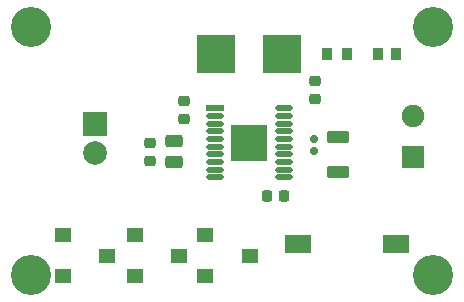
<source format=gts>
G04*
G04 #@! TF.GenerationSoftware,Altium Limited,Altium Designer,19.1.6 (110)*
G04*
G04 Layer_Color=8388736*
%FSLAX43Y43*%
%MOMM*%
G71*
G01*
G75*
G04:AMPARAMS|DCode=13|XSize=1.9mm|YSize=1.1mm|CornerRadius=0.3mm|HoleSize=0mm|Usage=FLASHONLY|Rotation=0.000|XOffset=0mm|YOffset=0mm|HoleType=Round|Shape=RoundedRectangle|*
%AMROUNDEDRECTD13*
21,1,1.900,0.500,0,0,0.0*
21,1,1.300,1.100,0,0,0.0*
1,1,0.600,0.650,-0.250*
1,1,0.600,-0.650,-0.250*
1,1,0.600,-0.650,0.250*
1,1,0.600,0.650,0.250*
%
%ADD13ROUNDEDRECTD13*%
%ADD14R,1.350X1.300*%
%ADD15R,1.500X0.500*%
%ADD16O,1.500X0.500*%
%ADD17R,3.060X3.060*%
%ADD18R,0.950X1.000*%
%ADD19R,0.900X1.050*%
G04:AMPARAMS|DCode=20|XSize=1mm|YSize=0.9mm|CornerRadius=0.25mm|HoleSize=0mm|Usage=FLASHONLY|Rotation=270.000|XOffset=0mm|YOffset=0mm|HoleType=Round|Shape=RoundedRectangle|*
%AMROUNDEDRECTD20*
21,1,1.000,0.400,0,0,270.0*
21,1,0.500,0.900,0,0,270.0*
1,1,0.500,-0.200,-0.250*
1,1,0.500,-0.200,0.250*
1,1,0.500,0.200,0.250*
1,1,0.500,0.200,-0.250*
%
%ADD20ROUNDEDRECTD20*%
%ADD21R,3.300X3.250*%
G04:AMPARAMS|DCode=22|XSize=1.5mm|YSize=1.1mm|CornerRadius=0.3mm|HoleSize=0mm|Usage=FLASHONLY|Rotation=0.000|XOffset=0mm|YOffset=0mm|HoleType=Round|Shape=RoundedRectangle|*
%AMROUNDEDRECTD22*
21,1,1.500,0.500,0,0,0.0*
21,1,0.900,1.100,0,0,0.0*
1,1,0.600,0.450,-0.250*
1,1,0.600,-0.450,-0.250*
1,1,0.600,-0.450,0.250*
1,1,0.600,0.450,0.250*
%
%ADD22ROUNDEDRECTD22*%
G04:AMPARAMS|DCode=23|XSize=1mm|YSize=0.9mm|CornerRadius=0.25mm|HoleSize=0mm|Usage=FLASHONLY|Rotation=0.000|XOffset=0mm|YOffset=0mm|HoleType=Round|Shape=RoundedRectangle|*
%AMROUNDEDRECTD23*
21,1,1.000,0.400,0,0,0.0*
21,1,0.500,0.900,0,0,0.0*
1,1,0.500,0.250,-0.200*
1,1,0.500,-0.250,-0.200*
1,1,0.500,-0.250,0.200*
1,1,0.500,0.250,0.200*
%
%ADD23ROUNDEDRECTD23*%
%ADD24R,2.250X1.600*%
G04:AMPARAMS|DCode=25|XSize=0.6mm|YSize=0.6mm|CornerRadius=0.175mm|HoleSize=0mm|Usage=FLASHONLY|Rotation=180.000|XOffset=0mm|YOffset=0mm|HoleType=Round|Shape=RoundedRectangle|*
%AMROUNDEDRECTD25*
21,1,0.600,0.250,0,0,180.0*
21,1,0.250,0.600,0,0,180.0*
1,1,0.350,-0.125,0.125*
1,1,0.350,0.125,0.125*
1,1,0.350,0.125,-0.125*
1,1,0.350,-0.125,-0.125*
%
%ADD25ROUNDEDRECTD25*%
%ADD26C,3.400*%
%ADD27R,2.000X2.000*%
%ADD28C,2.000*%
%ADD29R,1.900X1.900*%
%ADD30C,1.900*%
D13*
X28448Y11200D02*
D03*
Y14200D02*
D03*
D14*
X11262Y5865D02*
D03*
Y2365D02*
D03*
X15062Y4115D02*
D03*
X5166Y5865D02*
D03*
Y2365D02*
D03*
X8966Y4115D02*
D03*
X17226Y5865D02*
D03*
Y2365D02*
D03*
X21026Y4115D02*
D03*
D15*
X18031Y16588D02*
D03*
D16*
Y15938D02*
D03*
Y15288D02*
D03*
Y14638D02*
D03*
Y13988D02*
D03*
Y13338D02*
D03*
Y12688D02*
D03*
Y12038D02*
D03*
Y11388D02*
D03*
Y10738D02*
D03*
X23931Y16588D02*
D03*
Y15938D02*
D03*
Y15288D02*
D03*
Y14638D02*
D03*
Y13988D02*
D03*
Y13338D02*
D03*
Y12688D02*
D03*
Y12038D02*
D03*
Y11388D02*
D03*
Y10738D02*
D03*
D17*
X20981Y13663D02*
D03*
D18*
X31864Y21209D02*
D03*
X33414D02*
D03*
D19*
X27560D02*
D03*
X29210D02*
D03*
D20*
X22440Y9195D02*
D03*
X23940Y9195D02*
D03*
D21*
X18181Y21163D02*
D03*
X23781D02*
D03*
D22*
X14605Y12079D02*
D03*
Y13779D02*
D03*
D23*
X12573Y12128D02*
D03*
X12573Y13628D02*
D03*
X15443Y15684D02*
D03*
X15443Y17184D02*
D03*
X26543Y17386D02*
D03*
X26543Y18886D02*
D03*
D24*
X33386Y5131D02*
D03*
X25136D02*
D03*
D25*
X26416Y12987D02*
D03*
Y13987D02*
D03*
D26*
X36500Y2500D02*
D03*
X2500D02*
D03*
X36500Y23500D02*
D03*
X2500D02*
D03*
D27*
X7925Y15271D02*
D03*
D28*
Y12771D02*
D03*
D29*
X34823Y12471D02*
D03*
D30*
Y15971D02*
D03*
M02*

</source>
